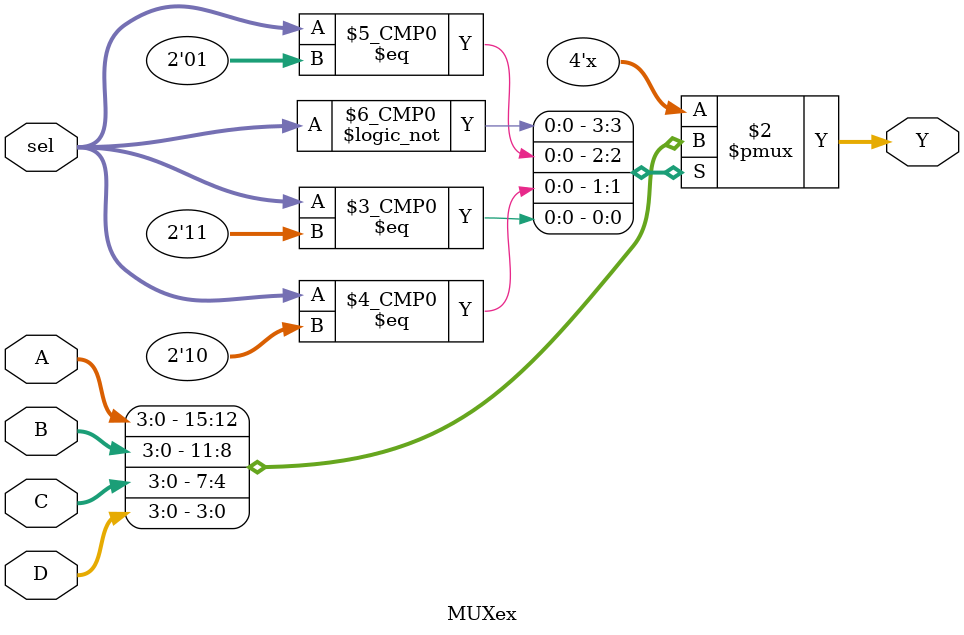
<source format=v>
`timescale 1ns / 1ps

module MUXex(sel, A, B, C, D,Y );

	input [1:0] sel;
	input [3:0] A, B, C,D;
	
	output reg [3:0] Y;
	
	always @(sel, A, B, C, D) begin
		case(sel)
		2'd0:
			Y <= A;
		2'd1:
			Y <= B;
		2'd2:
			Y <= C;
		2'd3:
			Y <= D;
		endcase
	
	end

endmodule

</source>
